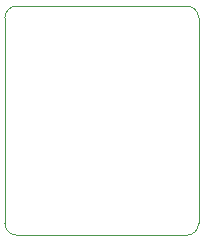
<source format=gm1>
G04 #@! TF.FileFunction,Profile,NP*
%FSLAX46Y46*%
G04 Gerber Fmt 4.6, Leading zero omitted, Abs format (unit mm)*
G04 Created by KiCad (PCBNEW 4.0.2-stable) date 16.05.2016 20:37:56*
%MOMM*%
G01*
G04 APERTURE LIST*
%ADD10C,0.100000*%
%ADD11C,0.010000*%
G04 APERTURE END LIST*
D10*
D11*
X129800000Y-94800000D02*
X129800000Y-112200000D01*
X145200000Y-93800000D02*
X130800000Y-93800000D01*
X146200000Y-112200000D02*
X146200000Y-94800000D01*
X130800000Y-113200000D02*
X145200000Y-113200000D01*
X129800000Y-112200000D02*
G75*
G03X130800000Y-113200000I1000000J0D01*
G01*
X130800000Y-93800000D02*
G75*
G03X129800000Y-94800000I0J-1000000D01*
G01*
X146200000Y-94800000D02*
G75*
G03X145200000Y-93800000I-1000000J0D01*
G01*
X145200000Y-113200000D02*
G75*
G03X146200000Y-112200000I0J1000000D01*
G01*
M02*

</source>
